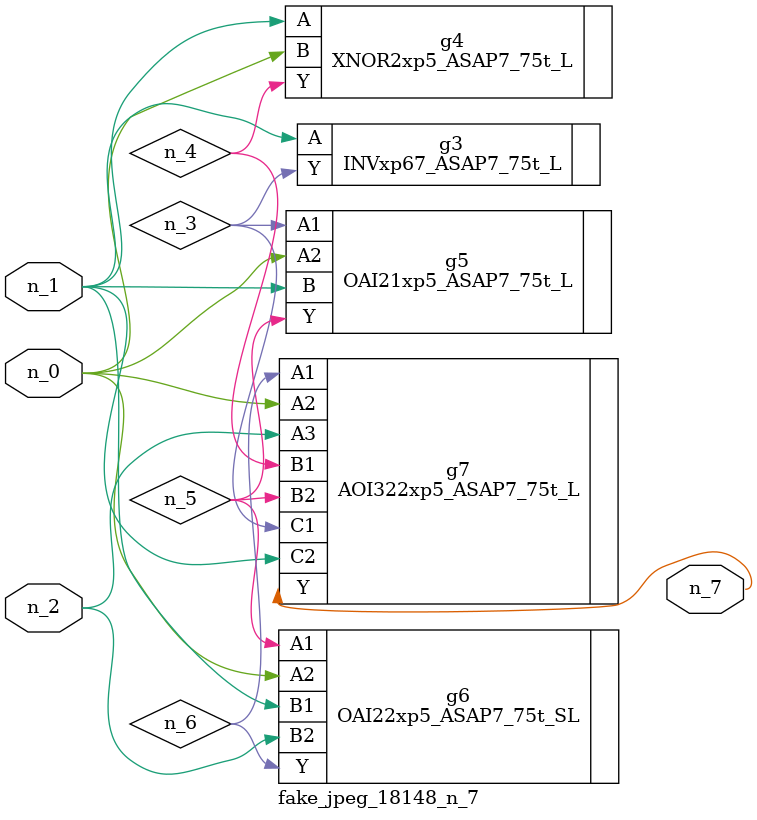
<source format=v>
module fake_jpeg_18148_n_7 (n_0, n_2, n_1, n_7);

input n_0;
input n_2;
input n_1;

output n_7;

wire n_3;
wire n_4;
wire n_6;
wire n_5;

INVxp67_ASAP7_75t_L g3 ( 
.A(n_1),
.Y(n_3)
);

XNOR2xp5_ASAP7_75t_L g4 ( 
.A(n_1),
.B(n_0),
.Y(n_4)
);

OAI21xp5_ASAP7_75t_L g5 ( 
.A1(n_3),
.A2(n_0),
.B(n_1),
.Y(n_5)
);

OAI22xp5_ASAP7_75t_SL g6 ( 
.A1(n_5),
.A2(n_0),
.B1(n_1),
.B2(n_2),
.Y(n_6)
);

AOI322xp5_ASAP7_75t_L g7 ( 
.A1(n_6),
.A2(n_0),
.A3(n_2),
.B1(n_4),
.B2(n_5),
.C1(n_3),
.C2(n_1),
.Y(n_7)
);


endmodule
</source>
